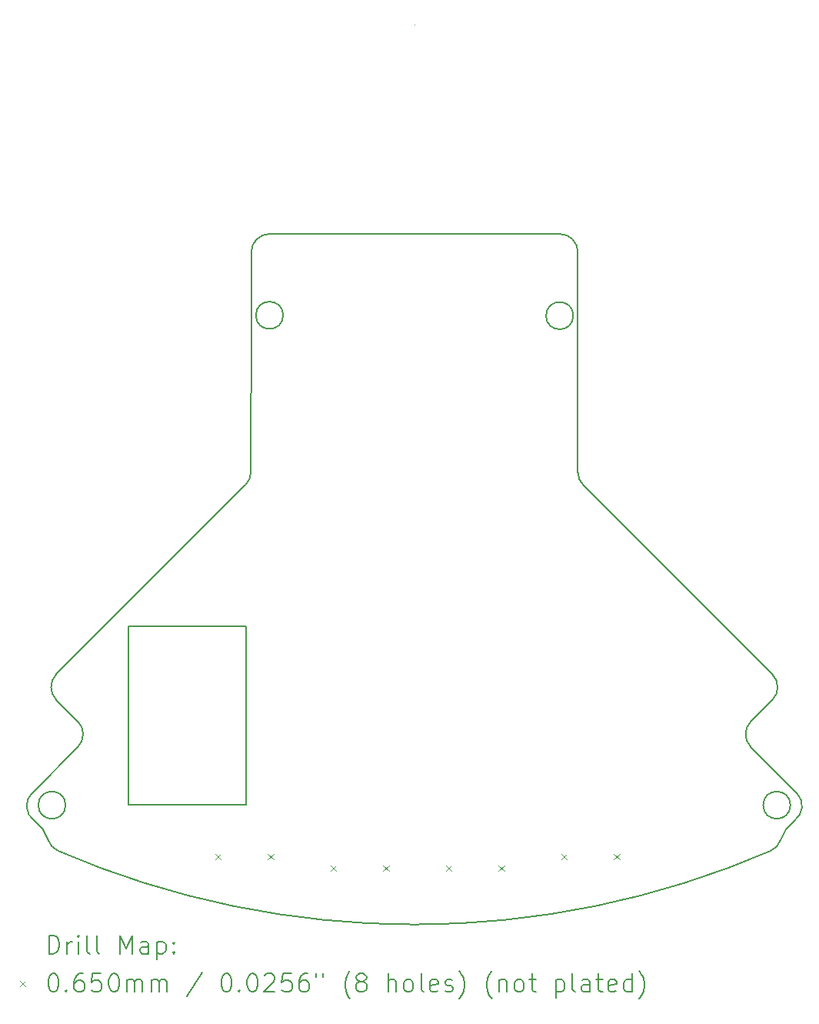
<source format=gbr>
%FSLAX45Y45*%
G04 Gerber Fmt 4.5, Leading zero omitted, Abs format (unit mm)*
G04 Created by KiCad (PCBNEW (6.0.5)) date 2023-02-26 14:45:46*
%MOMM*%
%LPD*%
G01*
G04 APERTURE LIST*
%TA.AperFunction,Profile*%
%ADD10C,0.200000*%
%TD*%
%TA.AperFunction,Profile*%
%ADD11C,0.100050*%
%TD*%
%ADD12C,0.200000*%
%ADD13C,0.065000*%
G04 APERTURE END LIST*
D10*
X11501680Y-13265660D02*
X10996756Y-13770585D01*
X11172749Y-14283015D02*
G75*
G03*
X11022304Y-14075020I-382189J-118035D01*
G01*
X19391536Y-14075020D02*
G75*
G03*
X19241093Y-14283015I231764J-326040D01*
G01*
X15215322Y-7617792D02*
X13612255Y-7617792D01*
X13356920Y-13217780D02*
X13356920Y-13897780D01*
X13412255Y-7817792D02*
X13412255Y-8512747D01*
X17006918Y-7817792D02*
G75*
G03*
X16806920Y-7617792I-199998J2D01*
G01*
X11172746Y-14283015D02*
G75*
G03*
X11284602Y-14407633I191094J59016D01*
G01*
X11265854Y-12464149D02*
G75*
G03*
X11265856Y-12746993I141426J-141421D01*
G01*
X19148117Y-12464018D02*
X17065499Y-10381400D01*
X13762255Y-8513307D02*
G75*
G03*
X13762255Y-8513307I-150000J0D01*
G01*
X16806920Y-7617792D02*
X15215322Y-7617792D01*
X19148117Y-12746861D02*
G75*
G03*
X19148117Y-12464018I-141427J141421D01*
G01*
X13348839Y-10381167D02*
X11265856Y-12464150D01*
X11366830Y-13904064D02*
G75*
G03*
X11366830Y-13904064I-150000J0D01*
G01*
D11*
X15211922Y-5317780D02*
G75*
G03*
X15211922Y-5317780I-5003J0D01*
G01*
D10*
X10996760Y-13770589D02*
G75*
G03*
X11022304Y-14075020I141420J-141421D01*
G01*
X18912161Y-12982819D02*
G75*
G03*
X18912160Y-13265660I141419J-141421D01*
G01*
X11265856Y-12746993D02*
X11501680Y-12982817D01*
X17006920Y-10239979D02*
X17006920Y-8517788D01*
X12056920Y-11937780D02*
X13356920Y-11937780D01*
X13356920Y-11937780D02*
X13356920Y-13217780D01*
X12056920Y-13897780D02*
X12056920Y-11937780D01*
X13612255Y-7617785D02*
G75*
G03*
X13412255Y-7817792I5J-200005D01*
G01*
X11501682Y-13265661D02*
G75*
G03*
X11501680Y-12982817I-141422J141421D01*
G01*
X13412255Y-8512747D02*
X13407417Y-10240306D01*
X11284602Y-14407633D02*
G75*
G03*
X19129238Y-14407633I3922318J9089854D01*
G01*
X19347010Y-13904064D02*
G75*
G03*
X19347010Y-13904064I-150000J0D01*
G01*
X19391540Y-14075025D02*
G75*
G03*
X19417085Y-13770585I-115880J163015D01*
G01*
X16956920Y-8517788D02*
G75*
G03*
X16956920Y-8517788I-150000J0D01*
G01*
X18912160Y-12982817D02*
X19148117Y-12746860D01*
X19417085Y-13770585D02*
X18912160Y-13265660D01*
X13348841Y-10381169D02*
G75*
G03*
X13407417Y-10240306I-141421J141419D01*
G01*
X17006924Y-10239979D02*
G75*
G03*
X17065499Y-10381400I200006J-2D01*
G01*
X13356920Y-13897780D02*
X12056920Y-13897780D01*
X17006920Y-8517788D02*
X17006920Y-7817792D01*
X19129238Y-14407633D02*
G75*
G03*
X19241093Y-14283015I-79238J183633D01*
G01*
D12*
D13*
X13013500Y-14439000D02*
X13078500Y-14504000D01*
X13078500Y-14439000D02*
X13013500Y-14504000D01*
X13591500Y-14439000D02*
X13656500Y-14504000D01*
X13656500Y-14439000D02*
X13591500Y-14504000D01*
X14283500Y-14566000D02*
X14348500Y-14631000D01*
X14348500Y-14566000D02*
X14283500Y-14631000D01*
X14861500Y-14566000D02*
X14926500Y-14631000D01*
X14926500Y-14566000D02*
X14861500Y-14631000D01*
X15553500Y-14566000D02*
X15618500Y-14631000D01*
X15618500Y-14566000D02*
X15553500Y-14631000D01*
X16131500Y-14566000D02*
X16196500Y-14631000D01*
X16196500Y-14566000D02*
X16131500Y-14631000D01*
X16823500Y-14439000D02*
X16888500Y-14504000D01*
X16888500Y-14439000D02*
X16823500Y-14504000D01*
X17401500Y-14439000D02*
X17466500Y-14504000D01*
X17466500Y-14439000D02*
X17401500Y-14504000D01*
D12*
X11185800Y-15538256D02*
X11185800Y-15338256D01*
X11233419Y-15338256D01*
X11261990Y-15347780D01*
X11281038Y-15366828D01*
X11290562Y-15385875D01*
X11300086Y-15423970D01*
X11300086Y-15452542D01*
X11290562Y-15490637D01*
X11281038Y-15509685D01*
X11261990Y-15528732D01*
X11233419Y-15538256D01*
X11185800Y-15538256D01*
X11385800Y-15538256D02*
X11385800Y-15404923D01*
X11385800Y-15443018D02*
X11395324Y-15423970D01*
X11404848Y-15414447D01*
X11423895Y-15404923D01*
X11442943Y-15404923D01*
X11509609Y-15538256D02*
X11509609Y-15404923D01*
X11509609Y-15338256D02*
X11500086Y-15347780D01*
X11509609Y-15357304D01*
X11519133Y-15347780D01*
X11509609Y-15338256D01*
X11509609Y-15357304D01*
X11633419Y-15538256D02*
X11614371Y-15528732D01*
X11604848Y-15509685D01*
X11604848Y-15338256D01*
X11738181Y-15538256D02*
X11719133Y-15528732D01*
X11709609Y-15509685D01*
X11709609Y-15338256D01*
X11966752Y-15538256D02*
X11966752Y-15338256D01*
X12033419Y-15481113D01*
X12100086Y-15338256D01*
X12100086Y-15538256D01*
X12281038Y-15538256D02*
X12281038Y-15433494D01*
X12271514Y-15414447D01*
X12252467Y-15404923D01*
X12214371Y-15404923D01*
X12195324Y-15414447D01*
X12281038Y-15528732D02*
X12261990Y-15538256D01*
X12214371Y-15538256D01*
X12195324Y-15528732D01*
X12185800Y-15509685D01*
X12185800Y-15490637D01*
X12195324Y-15471589D01*
X12214371Y-15462066D01*
X12261990Y-15462066D01*
X12281038Y-15452542D01*
X12376276Y-15404923D02*
X12376276Y-15604923D01*
X12376276Y-15414447D02*
X12395324Y-15404923D01*
X12433419Y-15404923D01*
X12452467Y-15414447D01*
X12461990Y-15423970D01*
X12471514Y-15443018D01*
X12471514Y-15500161D01*
X12461990Y-15519208D01*
X12452467Y-15528732D01*
X12433419Y-15538256D01*
X12395324Y-15538256D01*
X12376276Y-15528732D01*
X12557229Y-15519208D02*
X12566752Y-15528732D01*
X12557229Y-15538256D01*
X12547705Y-15528732D01*
X12557229Y-15519208D01*
X12557229Y-15538256D01*
X12557229Y-15414447D02*
X12566752Y-15423970D01*
X12557229Y-15433494D01*
X12547705Y-15423970D01*
X12557229Y-15414447D01*
X12557229Y-15433494D01*
D13*
X10863181Y-15835280D02*
X10928181Y-15900280D01*
X10928181Y-15835280D02*
X10863181Y-15900280D01*
D12*
X11223895Y-15758256D02*
X11242943Y-15758256D01*
X11261990Y-15767780D01*
X11271514Y-15777304D01*
X11281038Y-15796351D01*
X11290562Y-15834447D01*
X11290562Y-15882066D01*
X11281038Y-15920161D01*
X11271514Y-15939208D01*
X11261990Y-15948732D01*
X11242943Y-15958256D01*
X11223895Y-15958256D01*
X11204848Y-15948732D01*
X11195324Y-15939208D01*
X11185800Y-15920161D01*
X11176276Y-15882066D01*
X11176276Y-15834447D01*
X11185800Y-15796351D01*
X11195324Y-15777304D01*
X11204848Y-15767780D01*
X11223895Y-15758256D01*
X11376276Y-15939208D02*
X11385800Y-15948732D01*
X11376276Y-15958256D01*
X11366752Y-15948732D01*
X11376276Y-15939208D01*
X11376276Y-15958256D01*
X11557229Y-15758256D02*
X11519133Y-15758256D01*
X11500086Y-15767780D01*
X11490562Y-15777304D01*
X11471514Y-15805875D01*
X11461990Y-15843970D01*
X11461990Y-15920161D01*
X11471514Y-15939208D01*
X11481038Y-15948732D01*
X11500086Y-15958256D01*
X11538181Y-15958256D01*
X11557229Y-15948732D01*
X11566752Y-15939208D01*
X11576276Y-15920161D01*
X11576276Y-15872542D01*
X11566752Y-15853494D01*
X11557229Y-15843970D01*
X11538181Y-15834447D01*
X11500086Y-15834447D01*
X11481038Y-15843970D01*
X11471514Y-15853494D01*
X11461990Y-15872542D01*
X11757229Y-15758256D02*
X11661990Y-15758256D01*
X11652467Y-15853494D01*
X11661990Y-15843970D01*
X11681038Y-15834447D01*
X11728657Y-15834447D01*
X11747705Y-15843970D01*
X11757229Y-15853494D01*
X11766752Y-15872542D01*
X11766752Y-15920161D01*
X11757229Y-15939208D01*
X11747705Y-15948732D01*
X11728657Y-15958256D01*
X11681038Y-15958256D01*
X11661990Y-15948732D01*
X11652467Y-15939208D01*
X11890562Y-15758256D02*
X11909609Y-15758256D01*
X11928657Y-15767780D01*
X11938181Y-15777304D01*
X11947705Y-15796351D01*
X11957229Y-15834447D01*
X11957229Y-15882066D01*
X11947705Y-15920161D01*
X11938181Y-15939208D01*
X11928657Y-15948732D01*
X11909609Y-15958256D01*
X11890562Y-15958256D01*
X11871514Y-15948732D01*
X11861990Y-15939208D01*
X11852467Y-15920161D01*
X11842943Y-15882066D01*
X11842943Y-15834447D01*
X11852467Y-15796351D01*
X11861990Y-15777304D01*
X11871514Y-15767780D01*
X11890562Y-15758256D01*
X12042943Y-15958256D02*
X12042943Y-15824923D01*
X12042943Y-15843970D02*
X12052467Y-15834447D01*
X12071514Y-15824923D01*
X12100086Y-15824923D01*
X12119133Y-15834447D01*
X12128657Y-15853494D01*
X12128657Y-15958256D01*
X12128657Y-15853494D02*
X12138181Y-15834447D01*
X12157229Y-15824923D01*
X12185800Y-15824923D01*
X12204848Y-15834447D01*
X12214371Y-15853494D01*
X12214371Y-15958256D01*
X12309609Y-15958256D02*
X12309609Y-15824923D01*
X12309609Y-15843970D02*
X12319133Y-15834447D01*
X12338181Y-15824923D01*
X12366752Y-15824923D01*
X12385800Y-15834447D01*
X12395324Y-15853494D01*
X12395324Y-15958256D01*
X12395324Y-15853494D02*
X12404848Y-15834447D01*
X12423895Y-15824923D01*
X12452467Y-15824923D01*
X12471514Y-15834447D01*
X12481038Y-15853494D01*
X12481038Y-15958256D01*
X12871514Y-15748732D02*
X12700086Y-16005875D01*
X13128657Y-15758256D02*
X13147705Y-15758256D01*
X13166752Y-15767780D01*
X13176276Y-15777304D01*
X13185800Y-15796351D01*
X13195324Y-15834447D01*
X13195324Y-15882066D01*
X13185800Y-15920161D01*
X13176276Y-15939208D01*
X13166752Y-15948732D01*
X13147705Y-15958256D01*
X13128657Y-15958256D01*
X13109609Y-15948732D01*
X13100086Y-15939208D01*
X13090562Y-15920161D01*
X13081038Y-15882066D01*
X13081038Y-15834447D01*
X13090562Y-15796351D01*
X13100086Y-15777304D01*
X13109609Y-15767780D01*
X13128657Y-15758256D01*
X13281038Y-15939208D02*
X13290562Y-15948732D01*
X13281038Y-15958256D01*
X13271514Y-15948732D01*
X13281038Y-15939208D01*
X13281038Y-15958256D01*
X13414371Y-15758256D02*
X13433419Y-15758256D01*
X13452467Y-15767780D01*
X13461990Y-15777304D01*
X13471514Y-15796351D01*
X13481038Y-15834447D01*
X13481038Y-15882066D01*
X13471514Y-15920161D01*
X13461990Y-15939208D01*
X13452467Y-15948732D01*
X13433419Y-15958256D01*
X13414371Y-15958256D01*
X13395324Y-15948732D01*
X13385800Y-15939208D01*
X13376276Y-15920161D01*
X13366752Y-15882066D01*
X13366752Y-15834447D01*
X13376276Y-15796351D01*
X13385800Y-15777304D01*
X13395324Y-15767780D01*
X13414371Y-15758256D01*
X13557229Y-15777304D02*
X13566752Y-15767780D01*
X13585800Y-15758256D01*
X13633419Y-15758256D01*
X13652467Y-15767780D01*
X13661990Y-15777304D01*
X13671514Y-15796351D01*
X13671514Y-15815399D01*
X13661990Y-15843970D01*
X13547705Y-15958256D01*
X13671514Y-15958256D01*
X13852467Y-15758256D02*
X13757229Y-15758256D01*
X13747705Y-15853494D01*
X13757229Y-15843970D01*
X13776276Y-15834447D01*
X13823895Y-15834447D01*
X13842943Y-15843970D01*
X13852467Y-15853494D01*
X13861990Y-15872542D01*
X13861990Y-15920161D01*
X13852467Y-15939208D01*
X13842943Y-15948732D01*
X13823895Y-15958256D01*
X13776276Y-15958256D01*
X13757229Y-15948732D01*
X13747705Y-15939208D01*
X14033419Y-15758256D02*
X13995324Y-15758256D01*
X13976276Y-15767780D01*
X13966752Y-15777304D01*
X13947705Y-15805875D01*
X13938181Y-15843970D01*
X13938181Y-15920161D01*
X13947705Y-15939208D01*
X13957229Y-15948732D01*
X13976276Y-15958256D01*
X14014371Y-15958256D01*
X14033419Y-15948732D01*
X14042943Y-15939208D01*
X14052467Y-15920161D01*
X14052467Y-15872542D01*
X14042943Y-15853494D01*
X14033419Y-15843970D01*
X14014371Y-15834447D01*
X13976276Y-15834447D01*
X13957229Y-15843970D01*
X13947705Y-15853494D01*
X13938181Y-15872542D01*
X14128657Y-15758256D02*
X14128657Y-15796351D01*
X14204848Y-15758256D02*
X14204848Y-15796351D01*
X14500086Y-16034447D02*
X14490562Y-16024923D01*
X14471514Y-15996351D01*
X14461990Y-15977304D01*
X14452467Y-15948732D01*
X14442943Y-15901113D01*
X14442943Y-15863018D01*
X14452467Y-15815399D01*
X14461990Y-15786828D01*
X14471514Y-15767780D01*
X14490562Y-15739208D01*
X14500086Y-15729685D01*
X14604848Y-15843970D02*
X14585800Y-15834447D01*
X14576276Y-15824923D01*
X14566752Y-15805875D01*
X14566752Y-15796351D01*
X14576276Y-15777304D01*
X14585800Y-15767780D01*
X14604848Y-15758256D01*
X14642943Y-15758256D01*
X14661990Y-15767780D01*
X14671514Y-15777304D01*
X14681038Y-15796351D01*
X14681038Y-15805875D01*
X14671514Y-15824923D01*
X14661990Y-15834447D01*
X14642943Y-15843970D01*
X14604848Y-15843970D01*
X14585800Y-15853494D01*
X14576276Y-15863018D01*
X14566752Y-15882066D01*
X14566752Y-15920161D01*
X14576276Y-15939208D01*
X14585800Y-15948732D01*
X14604848Y-15958256D01*
X14642943Y-15958256D01*
X14661990Y-15948732D01*
X14671514Y-15939208D01*
X14681038Y-15920161D01*
X14681038Y-15882066D01*
X14671514Y-15863018D01*
X14661990Y-15853494D01*
X14642943Y-15843970D01*
X14919133Y-15958256D02*
X14919133Y-15758256D01*
X15004848Y-15958256D02*
X15004848Y-15853494D01*
X14995324Y-15834447D01*
X14976276Y-15824923D01*
X14947705Y-15824923D01*
X14928657Y-15834447D01*
X14919133Y-15843970D01*
X15128657Y-15958256D02*
X15109609Y-15948732D01*
X15100086Y-15939208D01*
X15090562Y-15920161D01*
X15090562Y-15863018D01*
X15100086Y-15843970D01*
X15109609Y-15834447D01*
X15128657Y-15824923D01*
X15157229Y-15824923D01*
X15176276Y-15834447D01*
X15185800Y-15843970D01*
X15195324Y-15863018D01*
X15195324Y-15920161D01*
X15185800Y-15939208D01*
X15176276Y-15948732D01*
X15157229Y-15958256D01*
X15128657Y-15958256D01*
X15309609Y-15958256D02*
X15290562Y-15948732D01*
X15281038Y-15929685D01*
X15281038Y-15758256D01*
X15461990Y-15948732D02*
X15442943Y-15958256D01*
X15404848Y-15958256D01*
X15385800Y-15948732D01*
X15376276Y-15929685D01*
X15376276Y-15853494D01*
X15385800Y-15834447D01*
X15404848Y-15824923D01*
X15442943Y-15824923D01*
X15461990Y-15834447D01*
X15471514Y-15853494D01*
X15471514Y-15872542D01*
X15376276Y-15891589D01*
X15547705Y-15948732D02*
X15566752Y-15958256D01*
X15604848Y-15958256D01*
X15623895Y-15948732D01*
X15633419Y-15929685D01*
X15633419Y-15920161D01*
X15623895Y-15901113D01*
X15604848Y-15891589D01*
X15576276Y-15891589D01*
X15557229Y-15882066D01*
X15547705Y-15863018D01*
X15547705Y-15853494D01*
X15557229Y-15834447D01*
X15576276Y-15824923D01*
X15604848Y-15824923D01*
X15623895Y-15834447D01*
X15700086Y-16034447D02*
X15709609Y-16024923D01*
X15728657Y-15996351D01*
X15738181Y-15977304D01*
X15747705Y-15948732D01*
X15757229Y-15901113D01*
X15757229Y-15863018D01*
X15747705Y-15815399D01*
X15738181Y-15786828D01*
X15728657Y-15767780D01*
X15709609Y-15739208D01*
X15700086Y-15729685D01*
X16061990Y-16034447D02*
X16052467Y-16024923D01*
X16033419Y-15996351D01*
X16023895Y-15977304D01*
X16014371Y-15948732D01*
X16004848Y-15901113D01*
X16004848Y-15863018D01*
X16014371Y-15815399D01*
X16023895Y-15786828D01*
X16033419Y-15767780D01*
X16052467Y-15739208D01*
X16061990Y-15729685D01*
X16138181Y-15824923D02*
X16138181Y-15958256D01*
X16138181Y-15843970D02*
X16147705Y-15834447D01*
X16166752Y-15824923D01*
X16195324Y-15824923D01*
X16214371Y-15834447D01*
X16223895Y-15853494D01*
X16223895Y-15958256D01*
X16347705Y-15958256D02*
X16328657Y-15948732D01*
X16319133Y-15939208D01*
X16309609Y-15920161D01*
X16309609Y-15863018D01*
X16319133Y-15843970D01*
X16328657Y-15834447D01*
X16347705Y-15824923D01*
X16376276Y-15824923D01*
X16395324Y-15834447D01*
X16404848Y-15843970D01*
X16414371Y-15863018D01*
X16414371Y-15920161D01*
X16404848Y-15939208D01*
X16395324Y-15948732D01*
X16376276Y-15958256D01*
X16347705Y-15958256D01*
X16471514Y-15824923D02*
X16547705Y-15824923D01*
X16500086Y-15758256D02*
X16500086Y-15929685D01*
X16509609Y-15948732D01*
X16528657Y-15958256D01*
X16547705Y-15958256D01*
X16766752Y-15824923D02*
X16766752Y-16024923D01*
X16766752Y-15834447D02*
X16785800Y-15824923D01*
X16823895Y-15824923D01*
X16842943Y-15834447D01*
X16852467Y-15843970D01*
X16861991Y-15863018D01*
X16861991Y-15920161D01*
X16852467Y-15939208D01*
X16842943Y-15948732D01*
X16823895Y-15958256D01*
X16785800Y-15958256D01*
X16766752Y-15948732D01*
X16976276Y-15958256D02*
X16957229Y-15948732D01*
X16947705Y-15929685D01*
X16947705Y-15758256D01*
X17138181Y-15958256D02*
X17138181Y-15853494D01*
X17128657Y-15834447D01*
X17109610Y-15824923D01*
X17071514Y-15824923D01*
X17052467Y-15834447D01*
X17138181Y-15948732D02*
X17119133Y-15958256D01*
X17071514Y-15958256D01*
X17052467Y-15948732D01*
X17042943Y-15929685D01*
X17042943Y-15910637D01*
X17052467Y-15891589D01*
X17071514Y-15882066D01*
X17119133Y-15882066D01*
X17138181Y-15872542D01*
X17204848Y-15824923D02*
X17281038Y-15824923D01*
X17233419Y-15758256D02*
X17233419Y-15929685D01*
X17242943Y-15948732D01*
X17261991Y-15958256D01*
X17281038Y-15958256D01*
X17423895Y-15948732D02*
X17404848Y-15958256D01*
X17366752Y-15958256D01*
X17347705Y-15948732D01*
X17338181Y-15929685D01*
X17338181Y-15853494D01*
X17347705Y-15834447D01*
X17366752Y-15824923D01*
X17404848Y-15824923D01*
X17423895Y-15834447D01*
X17433419Y-15853494D01*
X17433419Y-15872542D01*
X17338181Y-15891589D01*
X17604848Y-15958256D02*
X17604848Y-15758256D01*
X17604848Y-15948732D02*
X17585800Y-15958256D01*
X17547705Y-15958256D01*
X17528657Y-15948732D01*
X17519133Y-15939208D01*
X17509610Y-15920161D01*
X17509610Y-15863018D01*
X17519133Y-15843970D01*
X17528657Y-15834447D01*
X17547705Y-15824923D01*
X17585800Y-15824923D01*
X17604848Y-15834447D01*
X17681038Y-16034447D02*
X17690562Y-16024923D01*
X17709610Y-15996351D01*
X17719133Y-15977304D01*
X17728657Y-15948732D01*
X17738181Y-15901113D01*
X17738181Y-15863018D01*
X17728657Y-15815399D01*
X17719133Y-15786828D01*
X17709610Y-15767780D01*
X17690562Y-15739208D01*
X17681038Y-15729685D01*
M02*

</source>
